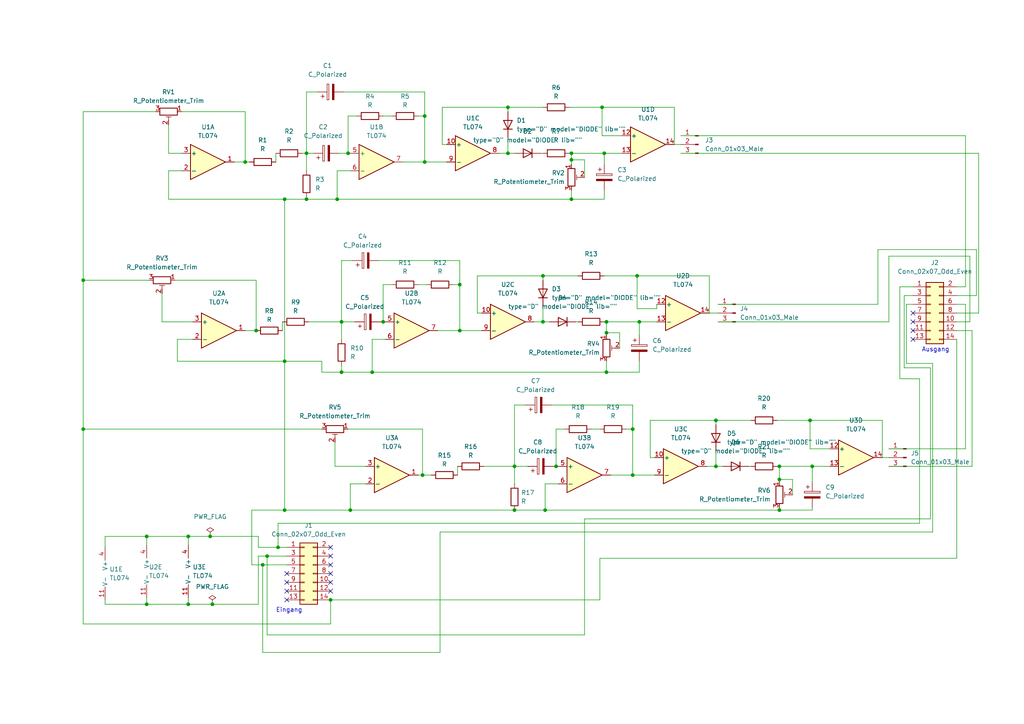
<source format=kicad_sch>
(kicad_sch (version 20211123) (generator eeschema)
  (paper "A4")
  (lib_symbols
    (symbol "Amplifier_Operational:TL074" (pin_names (offset 0.127))
      (property "Reference" "U" (at 0 5.08 0))
      (property "Value" "TL074" (at 0 -5.08 0))
      (symbol "TL074_1_1"
        (polyline (pts (xy -5.08 5.08) (xy 5.08 0) (xy -5.08 -5.08) (xy -5.08 5.08)) (stroke (width 0.254)) (fill (type background)))
        (pin output line (at 7.62 0 180) (length 2.54) (name "~") (number "1"))
        (pin input line (at -7.62 -2.54 0) (length 2.54) (name "-") (number "2"))
        (pin input line (at -7.62 2.54 0) (length 2.54) (name "+") (number "3"))
      )
      (symbol "TL074_2_1"
        (polyline (pts (xy -5.08 5.08) (xy 5.08 0) (xy -5.08 -5.08) (xy -5.08 5.08)) (stroke (width 0.254)) (fill (type background)))
        (pin input line (at -7.62 2.54 0) (length 2.54) (name "+") (number "5"))
        (pin input line (at -7.62 -2.54 0) (length 2.54) (name "-") (number "6"))
        (pin output line (at 7.62 0 180) (length 2.54) (name "~") (number "7"))
      )
      (symbol "TL074_3_1"
        (polyline (pts (xy -5.08 5.08) (xy 5.08 0) (xy -5.08 -5.08) (xy -5.08 5.08)) (stroke (width 0.254)) (fill (type background)))
        (pin input line (at -7.62 2.54 0) (length 2.54) (name "+") (number "10"))
        (pin output line (at 7.62 0 180) (length 2.54) (name "~") (number "8"))
        (pin input line (at -7.62 -2.54 0) (length 2.54) (name "-") (number "9"))
      )
      (symbol "TL074_4_1"
        (polyline (pts (xy -5.08 5.08) (xy 5.08 0) (xy -5.08 -5.08) (xy -5.08 5.08)) (stroke (width 0.254)) (fill (type background)))
        (pin input line (at -7.62 2.54 0) (length 2.54) (name "+") (number "12"))
        (pin input line (at -7.62 -2.54 0) (length 2.54) (name "-") (number "13"))
        (pin output line (at 7.62 0 180) (length 2.54) (name "~") (number "14"))
      )
      (symbol "TL074_5_1"
        (pin power_in line (at -2.54 -7.62 90) (length 3.81) (name "V-") (number "11"))
        (pin power_in line (at -2.54 7.62 270) (length 3.81) (name "V+") (number "4"))
      )
    )
    (symbol "Connector:Conn_01x03_Male" (pin_names (offset 1.016) hide)
      (property "Reference" "J" (at 0 5.08 0))
      (property "Value" "Conn_01x03_Male" (at 0 -5.08 0))
      (symbol "Conn_01x03_Male_1_1"
        (polyline (pts (xy 1.27 -2.54) (xy 0.8636 -2.54)) (stroke (width 0.1524)))
        (polyline (pts (xy 1.27 0) (xy 0.8636 0)) (stroke (width 0.1524)))
        (polyline (pts (xy 1.27 2.54) (xy 0.8636 2.54)) (stroke (width 0.1524)))
        (rectangle (start 0.8636 -2.413) (end 0 -2.667) (stroke (width 0.1524)) (fill (type outline)))
        (rectangle (start 0.8636 0.127) (end 0 -0.127) (stroke (width 0.1524)) (fill (type outline)))
        (rectangle (start 0.8636 2.667) (end 0 2.413) (stroke (width 0.1524)) (fill (type outline)))
        (pin passive line (at 5.08 2.54 180) (length 3.81) (name "Pin_1") (number "1"))
        (pin passive line (at 5.08 0 180) (length 3.81) (name "Pin_2") (number "2"))
        (pin passive line (at 5.08 -2.54 180) (length 3.81) (name "Pin_3") (number "3"))
      )
    )
    (symbol "Connector_Generic:Conn_02x07_Odd_Even" (pin_names (offset 1.016) hide)
      (property "Reference" "J" (at 1.27 10.16 0))
      (property "Value" "Conn_02x07_Odd_Even" (at 1.27 -10.16 0))
      (symbol "Conn_02x07_Odd_Even_1_1"
        (rectangle (start -1.27 -7.493) (end 0 -7.747) (stroke (width 0.1524)))
        (rectangle (start -1.27 -4.953) (end 0 -5.207) (stroke (width 0.1524)))
        (rectangle (start -1.27 -2.413) (end 0 -2.667) (stroke (width 0.1524)))
        (rectangle (start -1.27 0.127) (end 0 -0.127) (stroke (width 0.1524)))
        (rectangle (start -1.27 2.667) (end 0 2.413) (stroke (width 0.1524)))
        (rectangle (start -1.27 5.207) (end 0 4.953) (stroke (width 0.1524)))
        (rectangle (start -1.27 7.747) (end 0 7.493) (stroke (width 0.1524)))
        (rectangle (start -1.27 8.89) (end 3.81 -8.89) (stroke (width 0.254)) (fill (type background)))
        (rectangle (start 3.81 -7.493) (end 2.54 -7.747) (stroke (width 0.1524)))
        (rectangle (start 3.81 -4.953) (end 2.54 -5.207) (stroke (width 0.1524)))
        (rectangle (start 3.81 -2.413) (end 2.54 -2.667) (stroke (width 0.1524)))
        (rectangle (start 3.81 0.127) (end 2.54 -0.127) (stroke (width 0.1524)))
        (rectangle (start 3.81 2.667) (end 2.54 2.413) (stroke (width 0.1524)))
        (rectangle (start 3.81 5.207) (end 2.54 4.953) (stroke (width 0.1524)))
        (rectangle (start 3.81 7.747) (end 2.54 7.493) (stroke (width 0.1524)))
        (pin passive line (at -5.08 7.62 0) (length 3.81) (name "Pin_1") (number "1"))
        (pin passive line (at 7.62 -2.54 180) (length 3.81) (name "Pin_10") (number "10"))
        (pin passive line (at -5.08 -5.08 0) (length 3.81) (name "Pin_11") (number "11"))
        (pin passive line (at 7.62 -5.08 180) (length 3.81) (name "Pin_12") (number "12"))
        (pin passive line (at -5.08 -7.62 0) (length 3.81) (name "Pin_13") (number "13"))
        (pin passive line (at 7.62 -7.62 180) (length 3.81) (name "Pin_14") (number "14"))
        (pin passive line (at 7.62 7.62 180) (length 3.81) (name "Pin_2") (number "2"))
        (pin passive line (at -5.08 5.08 0) (length 3.81) (name "Pin_3") (number "3"))
        (pin passive line (at 7.62 5.08 180) (length 3.81) (name "Pin_4") (number "4"))
        (pin passive line (at -5.08 2.54 0) (length 3.81) (name "Pin_5") (number "5"))
        (pin passive line (at 7.62 2.54 180) (length 3.81) (name "Pin_6") (number "6"))
        (pin passive line (at -5.08 0 0) (length 3.81) (name "Pin_7") (number "7"))
        (pin passive line (at 7.62 0 180) (length 3.81) (name "Pin_8") (number "8"))
        (pin passive line (at -5.08 -2.54 0) (length 3.81) (name "Pin_9") (number "9"))
      )
    )
    (symbol "Device:C_Polarized" (pin_numbers hide) (pin_names (offset 0.254))
      (property "Reference" "C" (at 0.635 2.54 0))
      (property "Value" "C_Polarized" (at 0.635 -2.54 0))
      (symbol "C_Polarized_0_1"
        (rectangle (start -2.286 0.508) (end 2.286 1.016))
        (polyline (pts (xy -1.778 2.286) (xy -0.762 2.286)))
        (polyline (pts (xy -1.27 2.794) (xy -1.27 1.778)))
        (rectangle (start 2.286 -0.508) (end -2.286 -1.016) (fill (type outline)))
      )
      (symbol "C_Polarized_1_1"
        (pin passive line (at 0 3.81 270) (length 2.794) (name "~") (number "1"))
        (pin passive line (at 0 -3.81 90) (length 2.794) (name "~") (number "2"))
      )
    )
    (symbol "Device:R" (pin_numbers hide) (pin_names (offset 0))
      (property "Reference" "R" (at 2.032 0 90))
      (property "Value" "R" (at 0 0 90))
      (symbol "R_0_1"
        (rectangle (start -1.016 -2.54) (end 1.016 2.54) (stroke (width 0.254)))
      )
      (symbol "R_1_1"
        (pin passive line (at 0 3.81 270) (length 1.27) (name "~") (number "1"))
        (pin passive line (at 0 -3.81 90) (length 1.27) (name "~") (number "2"))
      )
    )
    (symbol "Device:R_Potentiometer_Trim" (pin_names (offset 1.016) hide)
      (property "Reference" "RV" (at -4.445 0 90))
      (property "Value" "R_Potentiometer_Trim" (at -2.54 0 90))
      (symbol "R_Potentiometer_Trim_0_1"
        (polyline (pts (xy 1.524 0.762) (xy 1.524 -0.762)))
        (polyline (pts (xy 2.54 0) (xy 1.524 0)))
        (rectangle (start 1.016 2.54) (end -1.016 -2.54) (stroke (width 0.254)))
      )
      (symbol "R_Potentiometer_Trim_1_1"
        (pin passive line (at 0 3.81 270) (length 1.27) (name "1") (number "1"))
        (pin passive line (at 3.81 0 180) (length 1.27) (name "2") (number "2"))
        (pin passive line (at 0 -3.81 90) (length 1.27) (name "3") (number "3"))
      )
    )
    (symbol "Simulation_SPICE:DIODE" (pin_numbers hide) (pin_names (offset 1.016) hide)
      (property "Reference" "D" (at 0 2.54 0))
      (property "Value" "DIODE" (at 0 -2.54 0))
      (symbol "DIODE_0_1"
        (polyline (pts (xy 1.27 0) (xy -1.27 0)))
        (polyline (pts (xy 1.27 1.27) (xy 1.27 -1.27)) (stroke (width 0.254)))
        (polyline (pts (xy -1.27 -1.27) (xy -1.27 1.27) (xy 1.27 0) (xy -1.27 -1.27)) (stroke (width 0.254)))
      )
      (symbol "DIODE_1_1"
        (pin passive line (at -3.81 0 0) (length 2.54) (name "A") (number "1"))
        (pin passive line (at 3.81 0 180) (length 2.54) (name "K") (number "2"))
      )
    )
    (symbol "power:PWR_FLAG" (power) (pin_numbers hide) (pin_names (offset 0) hide)
      (property "Value" "PWR_FLAG" (at 0 3.81 0))
      (symbol "PWR_FLAG_0_0"
        (pin power_out line (at 0 0 90) (length 0) (name "pwr") (number "1"))
      )
      (symbol "PWR_FLAG_0_1"
        (polyline (pts (xy 0 0) (xy 0 1.27) (xy -1.016 1.905) (xy 0 2.54) (xy 1.016 1.905) (xy 0 1.27)))
      )
    )
  )
  (junction (at 80.645 158.75))
  (junction (at 207.645 135.255))
  (junction (at 149.225 135.255))
  (junction (at 161.29 135.255))
  (junction (at 100.965 44.45))
  (junction (at 88.9 44.45))
  (junction (at 183.515 124.46))
  (junction (at 71.12 46.99))
  (junction (at 175.895 93.345))
  (junction (at 147.32 44.45))
  (junction (at 226.06 135.255))
  (junction (at 111.125 93.345))
  (junction (at 149.225 147.955))
  (junction (at 234.95 121.92))
  (junction (at 77.47 161.29))
  (junction (at 207.645 121.92))
  (junction (at 175.895 107.95))
  (junction (at 60.96 155.575))
  (junction (at 165.735 57.785))
  (junction (at 42.545 175.26))
  (junction (at 74.295 95.885))
  (junction (at 185.42 93.345))
  (junction (at 82.55 57.785))
  (junction (at 235.585 135.255))
  (junction (at 175.895 96.52))
  (junction (at 123.19 33.655))
  (junction (at 99.06 107.95))
  (junction (at 133.35 95.885))
  (junction (at 158.115 147.955))
  (junction (at 122.555 137.795))
  (junction (at 147.32 31.115))
  (junction (at 165.735 44.45))
  (junction (at 184.785 80.01))
  (junction (at 123.19 46.99))
  (junction (at 95.885 173.99))
  (junction (at 76.2 163.83))
  (junction (at 42.545 155.575))
  (junction (at 226.06 147.955))
  (junction (at 226.06 139.065))
  (junction (at 133.35 82.55))
  (junction (at 24.13 124.46))
  (junction (at 107.95 107.95))
  (junction (at 157.48 93.345))
  (junction (at 54.61 155.575))
  (junction (at 175.26 44.45))
  (junction (at 24.13 81.28))
  (junction (at 82.55 147.955))
  (junction (at 99.06 93.345))
  (junction (at 61.595 175.26))
  (junction (at 183.515 137.795))
  (junction (at 165.735 46.355))
  (junction (at 88.9 57.785))
  (junction (at 157.48 80.01))
  (junction (at 97.79 57.785))
  (junction (at 82.55 104.775))
  (junction (at 174.625 31.115))
  (junction (at 101.6 147.955))
  (junction (at 54.61 175.26))
  (no_connect (at 83.185 166.37))
  (no_connect (at 83.185 168.91))
  (no_connect (at 83.185 171.45))
  (no_connect (at 95.885 163.83))
  (no_connect (at 95.885 161.29))
  (no_connect (at 95.885 158.75))
  (no_connect (at 95.885 171.45))
  (no_connect (at 95.885 166.37))
  (no_connect (at 95.885 168.91))
  (no_connect (at 83.185 173.99))
  (no_connect (at 264.795 98.425))
  (no_connect (at 264.795 90.805))
  (no_connect (at 264.795 93.345))
  (no_connect (at 264.795 95.885))
  (wire (pts (xy 127.635 154.305) (xy 127.635 189.23)))
  (wire (pts (xy 262.255 106.68) (xy 262.255 85.725)))
  (wire (pts (xy 30.48 173.99) (xy 30.48 175.26)))
  (wire (pts (xy 67.945 46.99) (xy 71.12 46.99)))
  (wire (pts (xy 93.345 107.95) (xy 99.06 107.95)))
  (wire (pts (xy 116.84 46.99) (xy 123.19 46.99)))
  (wire (pts (xy 149.225 117.475) (xy 152.4 117.475)))
  (wire (pts (xy 226.06 135.255) (xy 226.06 139.065)))
  (wire (pts (xy 97.79 57.785) (xy 165.735 57.785)))
  (wire (pts (xy 270.51 105.41) (xy 270.51 154.305)))
  (wire (pts (xy 46.99 93.345) (xy 55.88 93.345)))
  (wire (pts (xy 30.48 175.26) (xy 42.545 175.26)))
  (wire (pts (xy 169.545 150.495) (xy 269.875 150.495)))
  (wire (pts (xy 147.32 32.385) (xy 147.32 31.115)))
  (wire (pts (xy 129.54 41.91) (xy 128.27 41.91)))
  (wire (pts (xy 77.47 184.15) (xy 169.545 184.15)))
  (wire (pts (xy 140.335 135.255) (xy 149.225 135.255)))
  (wire (pts (xy 24.13 180.975) (xy 95.885 180.975)))
  (wire (pts (xy 175.26 57.785) (xy 175.26 55.245)))
  (wire (pts (xy 149.225 147.955) (xy 158.115 147.955)))
  (wire (pts (xy 42.545 155.575) (xy 42.545 158.115)))
  (wire (pts (xy 183.515 124.46) (xy 183.515 137.795)))
  (wire (pts (xy 255.905 121.92) (xy 234.95 121.92)))
  (wire (pts (xy 160.655 135.255) (xy 161.29 135.255)))
  (wire (pts (xy 156.845 44.45) (xy 157.48 44.45)))
  (wire (pts (xy 88.9 44.45) (xy 88.9 26.67)))
  (wire (pts (xy 185.42 93.345) (xy 175.895 93.345)))
  (wire (pts (xy 207.645 135.255) (xy 209.55 135.255)))
  (wire (pts (xy 101.6 147.955) (xy 149.225 147.955)))
  (wire (pts (xy 157.48 81.28) (xy 157.48 80.01)))
  (wire (pts (xy 185.42 93.345) (xy 190.5 93.345)))
  (wire (pts (xy 73.025 147.955) (xy 82.55 147.955)))
  (wire (pts (xy 189.865 132.715) (xy 188.595 132.715)))
  (wire (pts (xy 81.915 93.345) (xy 81.915 95.885)))
  (wire (pts (xy 99.06 93.345) (xy 102.87 93.345)))
  (wire (pts (xy 266.7 151.765) (xy 266.7 109.855)))
  (wire (pts (xy 83.185 161.29) (xy 77.47 161.29)))
  (wire (pts (xy 74.93 158.75) (xy 80.645 158.75)))
  (wire (pts (xy 71.12 46.99) (xy 72.39 46.99)))
  (wire (pts (xy 283.845 90.805) (xy 277.495 90.805)))
  (wire (pts (xy 103.505 33.655) (xy 100.965 33.655)))
  (wire (pts (xy 160.02 117.475) (xy 183.515 117.475)))
  (wire (pts (xy 190.5 88.265) (xy 190.5 89.535)))
  (wire (pts (xy 226.06 147.955) (xy 235.585 147.955)))
  (wire (pts (xy 93.345 104.775) (xy 93.345 107.95)))
  (wire (pts (xy 165.1 31.115) (xy 174.625 31.115)))
  (wire (pts (xy 183.515 117.475) (xy 183.515 124.46)))
  (wire (pts (xy 175.26 44.45) (xy 165.735 44.45)))
  (wire (pts (xy 128.27 41.91) (xy 128.27 31.115)))
  (wire (pts (xy 80.645 158.75) (xy 83.185 158.75)))
  (wire (pts (xy 82.55 57.785) (xy 48.895 57.785)))
  (wire (pts (xy 281.305 74.295) (xy 281.305 93.345)))
  (wire (pts (xy 52.705 32.385) (xy 71.12 32.385)))
  (wire (pts (xy 195.58 41.91) (xy 195.58 31.115)))
  (wire (pts (xy 127 95.885) (xy 133.35 95.885)))
  (wire (pts (xy 48.895 49.53) (xy 48.895 57.785)))
  (wire (pts (xy 280.035 83.185) (xy 277.495 83.185)))
  (wire (pts (xy 80.01 44.45) (xy 80.01 46.99)))
  (wire (pts (xy 133.35 75.565) (xy 133.35 82.55)))
  (wire (pts (xy 107.95 107.95) (xy 175.895 107.95)))
  (wire (pts (xy 97.155 128.27) (xy 97.155 135.255)))
  (wire (pts (xy 255.905 132.715) (xy 257.81 132.715)))
  (wire (pts (xy 254.635 72.39) (xy 283.21 72.39)))
  (wire (pts (xy 111.125 33.655) (xy 113.665 33.655)))
  (wire (pts (xy 24.13 81.28) (xy 24.13 124.46)))
  (wire (pts (xy 177.165 137.795) (xy 183.515 137.795)))
  (wire (pts (xy 147.32 31.115) (xy 157.48 31.115)))
  (wire (pts (xy 133.35 95.885) (xy 139.7 95.885)))
  (wire (pts (xy 175.895 104.775) (xy 175.895 107.95)))
  (wire (pts (xy 208.28 88.265) (xy 254.635 88.265)))
  (wire (pts (xy 131.445 82.55) (xy 133.35 82.55)))
  (wire (pts (xy 123.19 46.99) (xy 129.54 46.99)))
  (wire (pts (xy 133.35 82.55) (xy 133.35 95.885)))
  (wire (pts (xy 24.13 32.385) (xy 45.085 32.385)))
  (wire (pts (xy 82.55 104.775) (xy 82.55 147.955)))
  (wire (pts (xy 99.06 93.345) (xy 99.06 75.565)))
  (wire (pts (xy 106.045 140.335) (xy 101.6 140.335)))
  (wire (pts (xy 184.785 80.01) (xy 184.785 89.535)))
  (wire (pts (xy 167.005 93.345) (xy 167.64 93.345)))
  (wire (pts (xy 226.06 147.32) (xy 226.06 147.955)))
  (wire (pts (xy 161.29 124.46) (xy 161.29 135.255)))
  (wire (pts (xy 99.06 93.345) (xy 99.06 98.425)))
  (wire (pts (xy 205.74 90.805) (xy 208.28 90.805)))
  (wire (pts (xy 88.9 57.15) (xy 88.9 57.785)))
  (wire (pts (xy 181.61 124.46) (xy 183.515 124.46)))
  (wire (pts (xy 54.61 155.575) (xy 60.96 155.575)))
  (wire (pts (xy 144.78 44.45) (xy 147.32 44.45)))
  (wire (pts (xy 51.435 104.775) (xy 82.55 104.775)))
  (wire (pts (xy 174.625 39.37) (xy 180.34 39.37)))
  (wire (pts (xy 179.705 100.965) (xy 179.705 96.52)))
  (wire (pts (xy 42.545 175.26) (xy 42.545 173.355)))
  (wire (pts (xy 82.55 147.955) (xy 101.6 147.955)))
  (wire (pts (xy 283.845 44.45) (xy 283.845 90.805)))
  (wire (pts (xy 77.47 161.29) (xy 74.93 161.29)))
  (wire (pts (xy 74.295 81.28) (xy 74.295 95.885)))
  (wire (pts (xy 149.225 135.255) (xy 153.035 135.255)))
  (wire (pts (xy 42.545 175.26) (xy 54.61 175.26)))
  (wire (pts (xy 128.27 31.115) (xy 147.32 31.115)))
  (wire (pts (xy 74.93 155.575) (xy 74.93 158.75)))
  (wire (pts (xy 88.9 57.785) (xy 97.79 57.785)))
  (wire (pts (xy 71.12 32.385) (xy 71.12 46.99)))
  (wire (pts (xy 207.645 121.92) (xy 217.805 121.92)))
  (wire (pts (xy 264.795 88.265) (xy 262.89 88.265)))
  (wire (pts (xy 24.13 32.385) (xy 24.13 81.28)))
  (wire (pts (xy 111.125 82.55) (xy 111.125 93.345)))
  (wire (pts (xy 48.895 36.195) (xy 48.895 44.45)))
  (wire (pts (xy 73.025 163.83) (xy 76.2 163.83)))
  (wire (pts (xy 207.645 130.81) (xy 207.645 135.255)))
  (wire (pts (xy 80.645 158.75) (xy 80.645 151.765)))
  (wire (pts (xy 89.535 93.345) (xy 99.06 93.345)))
  (wire (pts (xy 257.81 130.175) (xy 280.035 130.175)))
  (wire (pts (xy 107.95 98.425) (xy 111.76 98.425)))
  (wire (pts (xy 111.125 93.345) (xy 111.76 93.345)))
  (wire (pts (xy 225.425 121.92) (xy 234.95 121.92)))
  (wire (pts (xy 154.94 93.345) (xy 157.48 93.345)))
  (wire (pts (xy 100.965 33.655) (xy 100.965 44.45)))
  (wire (pts (xy 87.63 44.45) (xy 88.9 44.45)))
  (wire (pts (xy 175.895 107.95) (xy 185.42 107.95)))
  (wire (pts (xy 226.06 139.065) (xy 229.87 139.065)))
  (wire (pts (xy 183.515 137.795) (xy 189.865 137.795)))
  (wire (pts (xy 99.695 26.67) (xy 123.19 26.67)))
  (wire (pts (xy 185.42 93.345) (xy 185.42 97.155)))
  (wire (pts (xy 235.585 135.255) (xy 235.585 139.7)))
  (wire (pts (xy 139.7 90.805) (xy 138.43 90.805)))
  (wire (pts (xy 262.89 88.265) (xy 262.89 105.41)))
  (wire (pts (xy 82.55 57.785) (xy 88.9 57.785)))
  (wire (pts (xy 281.94 95.885) (xy 277.495 95.885)))
  (wire (pts (xy 158.115 140.335) (xy 158.115 147.955)))
  (wire (pts (xy 54.61 155.575) (xy 54.61 158.115)))
  (wire (pts (xy 280.035 88.265) (xy 277.495 88.265)))
  (wire (pts (xy 175.26 80.01) (xy 184.785 80.01)))
  (wire (pts (xy 195.58 41.91) (xy 197.485 41.91)))
  (wire (pts (xy 121.285 137.795) (xy 122.555 137.795)))
  (wire (pts (xy 99.06 107.95) (xy 107.95 107.95)))
  (wire (pts (xy 74.295 95.885) (xy 71.12 95.885)))
  (wire (pts (xy 169.545 51.435) (xy 169.545 46.355)))
  (wire (pts (xy 80.645 151.765) (xy 266.7 151.765)))
  (wire (pts (xy 175.26 44.45) (xy 175.26 47.625)))
  (wire (pts (xy 73.025 163.83) (xy 73.025 147.955)))
  (wire (pts (xy 165.735 44.45) (xy 165.1 44.45)))
  (wire (pts (xy 188.595 121.92) (xy 207.645 121.92)))
  (wire (pts (xy 165.735 57.785) (xy 175.26 57.785)))
  (wire (pts (xy 277.495 93.345) (xy 281.305 93.345)))
  (wire (pts (xy 122.555 137.795) (xy 125.095 137.795)))
  (wire (pts (xy 55.88 98.425) (xy 51.435 98.425)))
  (wire (pts (xy 76.2 189.23) (xy 76.2 163.83)))
  (wire (pts (xy 50.8 81.28) (xy 74.295 81.28)))
  (wire (pts (xy 217.17 135.255) (xy 217.805 135.255)))
  (wire (pts (xy 109.855 75.565) (xy 133.35 75.565)))
  (wire (pts (xy 97.79 49.53) (xy 101.6 49.53)))
  (wire (pts (xy 165.735 46.355) (xy 165.735 47.625)))
  (wire (pts (xy 132.715 135.255) (xy 132.715 137.795)))
  (wire (pts (xy 257.81 74.295) (xy 281.305 74.295)))
  (wire (pts (xy 93.345 124.46) (xy 24.13 124.46)))
  (wire (pts (xy 88.9 44.45) (xy 88.9 49.53)))
  (wire (pts (xy 163.83 124.46) (xy 161.29 124.46)))
  (wire (pts (xy 254.635 88.265) (xy 254.635 72.39)))
  (wire (pts (xy 42.545 155.575) (xy 30.48 155.575)))
  (wire (pts (xy 175.895 96.52) (xy 175.895 97.155)))
  (wire (pts (xy 82.55 57.785) (xy 82.55 104.775)))
  (wire (pts (xy 226.06 139.065) (xy 226.06 139.7)))
  (wire (pts (xy 60.96 155.575) (xy 74.93 155.575)))
  (wire (pts (xy 157.48 80.01) (xy 167.64 80.01)))
  (wire (pts (xy 175.895 93.345) (xy 175.26 93.345)))
  (wire (pts (xy 123.19 33.655) (xy 123.19 46.99)))
  (wire (pts (xy 97.79 49.53) (xy 97.79 57.785)))
  (wire (pts (xy 121.285 82.55) (xy 123.825 82.55)))
  (wire (pts (xy 229.87 143.51) (xy 229.87 139.065)))
  (wire (pts (xy 77.47 161.29) (xy 77.47 184.15)))
  (wire (pts (xy 97.155 135.255) (xy 106.045 135.255)))
  (wire (pts (xy 197.485 39.37) (xy 280.035 39.37)))
  (wire (pts (xy 257.81 93.345) (xy 257.81 74.295)))
  (wire (pts (xy 46.99 85.09) (xy 46.99 93.345)))
  (wire (pts (xy 257.81 135.255) (xy 281.94 135.255)))
  (wire (pts (xy 122.555 124.46) (xy 122.555 137.795)))
  (wire (pts (xy 175.895 96.52) (xy 179.705 96.52)))
  (wire (pts (xy 173.99 173.99) (xy 173.99 161.925)))
  (wire (pts (xy 24.13 81.28) (xy 43.18 81.28)))
  (wire (pts (xy 138.43 80.01) (xy 157.48 80.01)))
  (wire (pts (xy 280.035 130.175) (xy 280.035 88.265)))
  (wire (pts (xy 30.48 155.575) (xy 30.48 158.75)))
  (wire (pts (xy 269.875 150.495) (xy 269.875 106.68)))
  (wire (pts (xy 51.435 98.425) (xy 51.435 104.775)))
  (wire (pts (xy 24.13 124.46) (xy 24.13 180.975)))
  (wire (pts (xy 147.32 44.45) (xy 149.225 44.45)))
  (wire (pts (xy 175.26 44.45) (xy 180.34 44.45)))
  (wire (pts (xy 175.895 93.345) (xy 175.895 96.52)))
  (wire (pts (xy 123.19 26.67) (xy 123.19 33.655)))
  (wire (pts (xy 95.885 173.99) (xy 173.99 173.99)))
  (wire (pts (xy 235.585 135.255) (xy 226.06 135.255)))
  (wire (pts (xy 88.9 44.45) (xy 90.805 44.45)))
  (wire (pts (xy 262.89 105.41) (xy 270.51 105.41)))
  (wire (pts (xy 54.61 175.26) (xy 61.595 175.26)))
  (wire (pts (xy 207.645 123.19) (xy 207.645 121.92)))
  (wire (pts (xy 205.74 80.01) (xy 184.785 80.01)))
  (wire (pts (xy 171.45 124.46) (xy 173.99 124.46)))
  (wire (pts (xy 184.785 89.535) (xy 190.5 89.535)))
  (wire (pts (xy 280.035 39.37) (xy 280.035 83.185)))
  (wire (pts (xy 95.885 180.975) (xy 95.885 173.99)))
  (wire (pts (xy 127.635 189.23) (xy 76.2 189.23)))
  (wire (pts (xy 99.06 75.565) (xy 102.235 75.565)))
  (wire (pts (xy 234.95 130.175) (xy 240.665 130.175)))
  (wire (pts (xy 281.94 135.255) (xy 281.94 95.885)))
  (wire (pts (xy 100.965 44.45) (xy 101.6 44.45)))
  (wire (pts (xy 110.49 93.345) (xy 111.125 93.345)))
  (wire (pts (xy 262.255 85.725) (xy 264.795 85.725)))
  (wire (pts (xy 226.06 135.255) (xy 225.425 135.255)))
  (wire (pts (xy 269.875 106.68) (xy 262.255 106.68)))
  (wire (pts (xy 185.42 107.95) (xy 185.42 104.775)))
  (wire (pts (xy 235.585 135.255) (xy 240.665 135.255)))
  (wire (pts (xy 169.545 150.495) (xy 169.545 184.15)))
  (wire (pts (xy 149.225 135.255) (xy 149.225 117.475)))
  (wire (pts (xy 61.595 175.26) (xy 74.93 175.26)))
  (wire (pts (xy 255.905 132.715) (xy 255.905 121.92)))
  (wire (pts (xy 149.225 135.255) (xy 149.225 140.335)))
  (wire (pts (xy 165.735 44.45) (xy 165.735 46.355)))
  (wire (pts (xy 283.21 72.39) (xy 283.21 85.725)))
  (wire (pts (xy 158.115 140.335) (xy 161.925 140.335)))
  (wire (pts (xy 208.28 93.345) (xy 257.81 93.345)))
  (wire (pts (xy 158.115 147.955) (xy 226.06 147.955)))
  (wire (pts (xy 234.95 121.92) (xy 234.95 130.175)))
  (wire (pts (xy 48.895 44.45) (xy 52.705 44.45)))
  (wire (pts (xy 174.625 31.115) (xy 174.625 39.37)))
  (wire (pts (xy 101.6 140.335) (xy 101.6 147.955)))
  (wire (pts (xy 165.735 46.355) (xy 169.545 46.355)))
  (wire (pts (xy 138.43 90.805) (xy 138.43 80.01)))
  (wire (pts (xy 107.95 98.425) (xy 107.95 107.95)))
  (wire (pts (xy 205.74 90.805) (xy 205.74 80.01)))
  (wire (pts (xy 121.285 33.655) (xy 123.19 33.655)))
  (wire (pts (xy 52.705 49.53) (xy 48.895 49.53)))
  (wire (pts (xy 165.735 55.245) (xy 165.735 57.785)))
  (wire (pts (xy 277.495 161.925) (xy 277.495 98.425)))
  (wire (pts (xy 161.29 135.255) (xy 161.925 135.255)))
  (wire (pts (xy 235.585 147.32) (xy 235.585 147.955)))
  (wire (pts (xy 147.32 40.005) (xy 147.32 44.45)))
  (wire (pts (xy 195.58 31.115) (xy 174.625 31.115)))
  (wire (pts (xy 54.61 155.575) (xy 42.545 155.575)))
  (wire (pts (xy 205.105 135.255) (xy 207.645 135.255)))
  (wire (pts (xy 157.48 93.345) (xy 159.385 93.345)))
  (wire (pts (xy 260.985 83.185) (xy 264.795 83.185)))
  (wire (pts (xy 173.99 161.925) (xy 277.495 161.925)))
  (wire (pts (xy 83.185 163.83) (xy 76.2 163.83)))
  (wire (pts (xy 188.595 132.715) (xy 188.595 121.92)))
  (wire (pts (xy 127.635 154.305) (xy 270.51 154.305)))
  (wire (pts (xy 113.665 82.55) (xy 111.125 82.55)))
  (wire (pts (xy 100.965 124.46) (xy 122.555 124.46)))
  (wire (pts (xy 54.61 173.355) (xy 54.61 175.26)))
  (wire (pts (xy 260.985 109.855) (xy 260.985 83.185)))
  (wire (pts (xy 266.7 109.855) (xy 260.985 109.855)))
  (wire (pts (xy 88.9 26.67) (xy 92.075 26.67)))
  (wire (pts (xy 74.93 161.29) (xy 74.93 175.26)))
  (wire (pts (xy 99.06 106.045) (xy 99.06 107.95)))
  (wire (pts (xy 197.485 44.45) (xy 283.845 44.45)))
  (wire (pts (xy 82.55 104.775) (xy 93.345 104.775)))
  (wire (pts (xy 98.425 44.45) (xy 100.965 44.45)))
  (wire (pts (xy 283.21 85.725) (xy 277.495 85.725)))
  (wire (pts (xy 157.48 88.9) (xy 157.48 93.345)))
  (text "Eingang" (at 80.01 177.8 0) (effects (font (size 1.27 1.27)) (justify left bottom)))
  (text "Ausgang" (at 267.335 102.235 0) (effects (font (size 1.27 1.27)) (justify left bottom)))
  (symbol (lib_id "Device:C_Polarized") (at 185.42 100.965 0) (unit 1)
    (property "Reference" "C6" (at 189.23 98.8059 0) (effects (justify left)))
    (property "Value" "C_Polarized" (at 189.23 101.3459 0) (effects (justify left)))
    (property "Footprint" "Capacitor_THT:CP_Radial_Tantal_D4.5mm_P5.00mm" (effects hide))
  )
  (symbol (lib_id "Amplifier_Operational:TL074") (at 57.15 165.735 0) (unit 5)
    (property "Reference" "U3" (at 55.88 164.4649 0) (effects (justify left)))
    (property "Value" "TL074" (at 55.88 167.0049 0) (effects (justify left)))
    (property "Footprint" "Package_DIP:DIP-14_W7.62mm_Socket" (effects hide))
    (property "Datasheet" "http://www.ti.com/lit/ds/symlink/tl071.pdf" (effects hide))
  )
  (symbol (lib_id "Device:R") (at 127.635 82.55 90) (unit 1)
    (property "Reference" "R12" (at 127.635 76.2 90))
    (property "Value" "R" (at 127.635 78.74 90))
    (property "Footprint" "Resistor_THT:R_Axial_DIN0204_L3.6mm_D1.6mm_P7.62mm_Horizontal" (effects hide))
  )
  (symbol (lib_id "power:PWR_FLAG") (at 60.96 155.575 0) (unit 1)
    (property "Reference" "#FLG01" (effects hide))
    (property "Value" "PWR_FLAG" (at 60.96 149.86 0))
  )
  (symbol (lib_id "power:PWR_FLAG") (at 61.595 175.26 0) (unit 1)
    (property "Reference" "#FLG02" (effects hide))
    (property "Value" "PWR_FLAG" (at 61.595 170.18 0))
  )
  (symbol (lib_id "Device:R") (at 117.475 33.655 90) (unit 1)
    (property "Reference" "R5" (at 117.475 27.94 90))
    (property "Value" "R" (at 117.475 30.48 90))
    (property "Footprint" "Resistor_THT:R_Axial_DIN0204_L3.6mm_D1.6mm_P7.62mm_Horizontal" (effects hide))
  )
  (symbol (lib_id "Device:R") (at 99.06 102.235 180) (unit 1)
    (property "Reference" "R10" (at 101.6 100.9649 0) (effects (justify right)))
    (property "Value" "R" (at 101.6 103.5049 0) (effects (justify right)))
    (property "Footprint" "Resistor_THT:R_Axial_DIN0204_L3.6mm_D1.6mm_P7.62mm_Horizontal" (effects hide))
  )
  (symbol (lib_id "Connector:Conn_01x03_Male") (at 262.89 132.715 0) (mirror y) (unit 1)
    (property "Reference" "J5" (at 264.16 131.4449 0) (effects (justify right)))
    (property "Value" "Conn_01x03_Male" (at 264.16 133.9849 0) (effects (justify right)))
    (property "Footprint" "Connector_PinHeader_2.54mm:PinHeader_1x03_P2.54mm_Horizontal" (effects hide))
  )
  (symbol (lib_id "Device:R_Potentiometer_Trim") (at 226.06 143.51 0) (unit 1)
    (property "Reference" "RV6" (at 223.52 142.2399 0) (effects (justify right)))
    (property "Value" "R_Potentiometer_Trim" (at 223.52 144.7799 0) (effects (justify right)))
    (property "Footprint" "Potentiometer_THT:Potentiometer_Bourns_3296W_Vertical" (effects hide))
  )
  (symbol (lib_id "Device:R") (at 161.29 44.45 90) (unit 1)
    (property "Reference" "R7" (at 161.29 38.1 90))
    (property "Value" "R" (at 161.29 40.64 90))
    (property "Footprint" "Resistor_THT:R_Axial_DIN0204_L3.6mm_D1.6mm_P7.62mm_Horizontal" (effects hide))
  )
  (symbol (lib_id "Device:C_Polarized") (at 106.045 75.565 90) (unit 1)
    (property "Reference" "C4" (at 105.156 68.58 90))
    (property "Value" "C_Polarized" (at 105.156 71.12 90))
    (property "Footprint" "Capacitor_THT:CP_Radial_Tantal_D4.5mm_P5.00mm" (effects hide))
  )
  (symbol (lib_id "Device:R") (at 83.82 44.45 90) (unit 1)
    (property "Reference" "R2" (at 83.82 38.1 90))
    (property "Value" "R" (at 83.82 40.64 90))
    (property "Footprint" "Resistor_THT:R_Axial_DIN0204_L3.6mm_D1.6mm_P7.62mm_Horizontal" (effects hide))
  )
  (symbol (lib_id "Device:R") (at 171.45 80.01 90) (unit 1)
    (property "Reference" "R13" (at 171.45 73.66 90))
    (property "Value" "R" (at 171.45 76.2 90))
    (property "Footprint" "Resistor_THT:R_Axial_DIN0204_L3.6mm_D1.6mm_P7.62mm_Horizontal" (effects hide))
  )
  (symbol (lib_id "Simulation_SPICE:DIODE") (at 213.36 135.255 0) (unit 1)
    (property "Reference" "D6" (at 213.36 128.27 0))
    (property "Value" "DIODE" (at 213.36 130.81 0))
    (property "Footprint" "Diode_THT:D_A-405_P10.16mm_Horizontal" (effects hide))
    (property "Spice_Netlist_Enabled" "Y" (effects hide))
    (property "Spice_Primitive" "D" (effects hide))
  )
  (symbol (lib_id "Device:R") (at 128.905 137.795 90) (unit 1)
    (property "Reference" "R15" (at 128.905 132.08 90))
    (property "Value" "R" (at 128.905 134.62 90))
    (property "Footprint" "Resistor_THT:R_Axial_DIN0204_L3.6mm_D1.6mm_P7.62mm_Horizontal" (effects hide))
  )
  (symbol (lib_id "Device:C_Polarized") (at 106.68 93.345 90) (unit 1)
    (property "Reference" "C5" (at 105.791 86.36 90))
    (property "Value" "C_Polarized" (at 105.791 88.9 90))
    (property "Footprint" "Capacitor_THT:CP_Radial_Tantal_D4.5mm_P5.00mm" (effects hide))
  )
  (symbol (lib_id "Amplifier_Operational:TL074") (at 60.325 46.99 0) (unit 1)
    (property "Reference" "U1" (at 60.325 36.83 0))
    (property "Value" "TL074" (at 60.325 39.37 0))
    (property "Footprint" "Package_DIP:DIP-14_W7.62mm_Socket" (effects hide))
    (property "Datasheet" "http://www.ti.com/lit/ds/symlink/tl071.pdf" (effects hide))
  )
  (symbol (lib_id "Device:R") (at 78.105 95.885 90) (unit 1)
    (property "Reference" "R8" (at 78.105 90.17 90))
    (property "Value" "R" (at 78.105 92.71 90))
    (property "Footprint" "Resistor_THT:R_Axial_DIN0204_L3.6mm_D1.6mm_P7.62mm_Horizontal" (effects hide))
  )
  (symbol (lib_id "Device:R") (at 161.29 31.115 90) (unit 1)
    (property "Reference" "R6" (at 161.29 25.4 90))
    (property "Value" "R" (at 161.29 27.94 90))
    (property "Footprint" "Resistor_THT:R_Axial_DIN0204_L3.6mm_D1.6mm_P7.62mm_Horizontal" (effects hide))
  )
  (symbol (lib_id "Device:C_Polarized") (at 95.885 26.67 90) (unit 1)
    (property "Reference" "C1" (at 94.996 19.05 90))
    (property "Value" "C_Polarized" (at 94.996 21.59 90))
    (property "Footprint" "Capacitor_THT:CP_Radial_Tantal_D4.5mm_P5.00mm" (effects hide))
  )
  (symbol (lib_id "Device:R") (at 85.725 93.345 90) (unit 1)
    (property "Reference" "R9" (at 85.725 87.63 90))
    (property "Value" "R" (at 85.725 90.17 90))
    (property "Footprint" "Resistor_THT:R_Axial_DIN0204_L3.6mm_D1.6mm_P7.62mm_Horizontal" (effects hide))
  )
  (symbol (lib_id "Simulation_SPICE:DIODE") (at 147.32 36.195 270) (unit 1)
    (property "Reference" "D1" (at 149.86 34.9249 90) (effects (justify left)))
    (property "Value" "DIODE" (at 149.86 37.4649 90) (effects (justify left)))
    (property "Footprint" "Diode_THT:D_A-405_P10.16mm_Horizontal" (effects hide))
    (property "Spice_Netlist_Enabled" "Y" (effects hide))
    (property "Spice_Primitive" "D" (effects hide))
  )
  (symbol (lib_id "Connector:Conn_01x03_Male") (at 213.36 90.805 0) (mirror y) (unit 1)
    (property "Reference" "J4" (at 214.63 89.5349 0) (effects (justify right)))
    (property "Value" "Conn_01x03_Male" (at 214.63 92.0749 0) (effects (justify right)))
    (property "Footprint" "Connector_PinHeader_2.54mm:PinHeader_1x03_P2.54mm_Horizontal" (effects hide))
  )
  (symbol (lib_id "Device:R") (at 221.615 135.255 90) (unit 1)
    (property "Reference" "R21" (at 221.615 129.54 90))
    (property "Value" "R" (at 221.615 132.08 90))
    (property "Footprint" "Resistor_THT:R_Axial_DIN0204_L3.6mm_D1.6mm_P7.62mm_Horizontal" (effects hide))
  )
  (symbol (lib_id "Simulation_SPICE:DIODE") (at 153.035 44.45 0) (unit 1)
    (property "Reference" "D2" (at 153.035 38.1 0))
    (property "Value" "DIODE" (at 153.035 40.64 0))
    (property "Footprint" "Diode_THT:D_A-405_P10.16mm_Horizontal" (effects hide))
    (property "Spice_Netlist_Enabled" "Y" (effects hide))
    (property "Spice_Primitive" "D" (effects hide))
  )
  (symbol (lib_id "Amplifier_Operational:TL074") (at 137.16 44.45 0) (unit 3)
    (property "Reference" "U1" (at 137.16 34.29 0))
    (property "Value" "TL074" (at 137.16 36.83 0))
    (property "Footprint" "Package_DIP:DIP-14_W7.62mm_Socket" (effects hide))
    (property "Datasheet" "http://www.ti.com/lit/ds/symlink/tl071.pdf" (effects hide))
  )
  (symbol (lib_id "Simulation_SPICE:DIODE") (at 163.195 93.345 0) (unit 1)
    (property "Reference" "D4" (at 163.195 86.36 0))
    (property "Value" "DIODE" (at 163.195 88.9 0))
    (property "Footprint" "Diode_THT:D_A-405_P10.16mm_Horizontal" (effects hide))
    (property "Spice_Netlist_Enabled" "Y" (effects hide))
    (property "Spice_Primitive" "D" (effects hide))
  )
  (symbol (lib_id "Connector_Generic:Conn_02x07_Odd_Even") (at 88.265 166.37 0) (unit 1)
    (property "Reference" "J1" (at 89.535 152.4 0))
    (property "Value" "Conn_02x07_Odd_Even" (at 89.535 154.94 0))
    (property "Footprint" "Connector_IDC:IDC-Header_2x07_P2.54mm_Vertical" (effects hide))
  )
  (symbol (lib_id "Device:R") (at 221.615 121.92 90) (unit 1)
    (property "Reference" "R20" (at 221.615 115.57 90))
    (property "Value" "R" (at 221.615 118.11 90))
    (property "Footprint" "Resistor_THT:R_Axial_DIN0204_L3.6mm_D1.6mm_P7.62mm_Horizontal" (effects hide))
  )
  (symbol (lib_id "Device:R") (at 177.8 124.46 90) (unit 1)
    (property "Reference" "R19" (at 177.8 118.11 90))
    (property "Value" "R" (at 177.8 120.65 90))
    (property "Footprint" "Resistor_THT:R_Axial_DIN0204_L3.6mm_D1.6mm_P7.62mm_Horizontal" (effects hide))
  )
  (symbol (lib_id "Device:R") (at 107.315 33.655 90) (unit 1)
    (property "Reference" "R4" (at 107.315 27.94 90))
    (property "Value" "R" (at 107.315 30.48 90))
    (property "Footprint" "Resistor_THT:R_Axial_DIN0204_L3.6mm_D1.6mm_P7.62mm_Horizontal" (effects hide))
  )
  (symbol (lib_id "Device:C_Polarized") (at 156.845 135.255 90) (unit 1)
    (property "Reference" "C8" (at 155.956 128.27 90))
    (property "Value" "C_Polarized" (at 155.956 130.81 90))
    (property "Footprint" "Capacitor_THT:CP_Radial_Tantal_D4.5mm_P5.00mm" (effects hide))
  )
  (symbol (lib_id "Connector_Generic:Conn_02x07_Odd_Even") (at 269.875 90.805 0) (unit 1)
    (property "Reference" "J2" (at 271.145 76.2 0))
    (property "Value" "Conn_02x07_Odd_Even" (at 271.145 78.74 0))
    (property "Footprint" "Connector_IDC:IDC-Header_2x07_P2.54mm_Vertical" (effects hide))
  )
  (symbol (lib_id "Device:R") (at 136.525 135.255 90) (unit 1)
    (property "Reference" "R16" (at 136.525 129.54 90))
    (property "Value" "R" (at 136.525 132.08 90))
    (property "Footprint" "Resistor_THT:R_Axial_DIN0204_L3.6mm_D1.6mm_P7.62mm_Horizontal" (effects hide))
  )
  (symbol (lib_id "Device:R") (at 167.64 124.46 90) (unit 1)
    (property "Reference" "R18" (at 167.64 118.11 90))
    (property "Value" "R" (at 167.64 120.65 90))
    (property "Footprint" "Resistor_THT:R_Axial_DIN0204_L3.6mm_D1.6mm_P7.62mm_Horizontal" (effects hide))
  )
  (symbol (lib_id "Device:C_Polarized") (at 235.585 143.51 0) (unit 1)
    (property "Reference" "C9" (at 239.395 141.3509 0) (effects (justify left)))
    (property "Value" "C_Polarized" (at 239.395 143.8909 0) (effects (justify left)))
    (property "Footprint" "Capacitor_THT:CP_Radial_Tantal_D4.5mm_P5.00mm" (effects hide))
  )
  (symbol (lib_id "Amplifier_Operational:TL074") (at 45.085 165.735 0) (unit 5)
    (property "Reference" "U2" (at 43.18 164.4649 0) (effects (justify left)))
    (property "Value" "TL074" (at 43.18 167.0049 0) (effects (justify left)))
    (property "Footprint" "Package_DIP:DIP-14_W7.62mm_Socket" (effects hide))
    (property "Datasheet" "http://www.ti.com/lit/ds/symlink/tl071.pdf" (effects hide))
  )
  (symbol (lib_id "Device:R_Potentiometer_Trim") (at 48.895 32.385 270) (unit 1)
    (property "Reference" "RV1" (at 48.895 26.67 90))
    (property "Value" "R_Potentiometer_Trim" (at 48.895 29.21 90))
    (property "Footprint" "Potentiometer_THT:Potentiometer_Bourns_3296W_Vertical" (effects hide))
  )
  (symbol (lib_id "Amplifier_Operational:TL074") (at 169.545 137.795 0) (unit 2)
    (property "Reference" "U3" (at 169.545 127 0))
    (property "Value" "TL074" (at 169.545 129.54 0))
    (property "Footprint" "Package_DIP:DIP-14_W7.62mm_Socket" (effects hide))
    (property "Datasheet" "http://www.ti.com/lit/ds/symlink/tl071.pdf" (effects hide))
  )
  (symbol (lib_id "Amplifier_Operational:TL074") (at 187.96 41.91 0) (unit 4)
    (property "Reference" "U1" (at 187.96 31.75 0))
    (property "Value" "TL074" (at 187.96 34.29 0))
    (property "Footprint" "Package_DIP:DIP-14_W7.62mm_Socket" (effects hide))
    (property "Datasheet" "http://www.ti.com/lit/ds/symlink/tl071.pdf" (effects hide))
  )
  (symbol (lib_id "Amplifier_Operational:TL074") (at 198.12 90.805 0) (unit 4)
    (property "Reference" "U2" (at 198.12 80.01 0))
    (property "Value" "TL074" (at 198.12 82.55 0))
    (property "Footprint" "Package_DIP:DIP-14_W7.62mm_Socket" (effects hide))
    (property "Datasheet" "http://www.ti.com/lit/ds/symlink/tl071.pdf" (effects hide))
  )
  (symbol (lib_id "Device:R") (at 117.475 82.55 90) (unit 1)
    (property "Reference" "R11" (at 117.475 76.2 90))
    (property "Value" "R" (at 117.475 78.74 90))
    (property "Footprint" "Resistor_THT:R_Axial_DIN0204_L3.6mm_D1.6mm_P7.62mm_Horizontal" (effects hide))
  )
  (symbol (lib_id "Amplifier_Operational:TL074") (at 119.38 95.885 0) (unit 2)
    (property "Reference" "U2" (at 119.38 85.09 0))
    (property "Value" "TL074" (at 119.38 87.63 0))
    (property "Footprint" "Package_DIP:DIP-14_W7.62mm_Socket" (effects hide))
    (property "Datasheet" "http://www.ti.com/lit/ds/symlink/tl071.pdf" (effects hide))
  )
  (symbol (lib_id "Device:R") (at 149.225 144.145 180) (unit 1)
    (property "Reference" "R17" (at 151.13 142.8749 0) (effects (justify right)))
    (property "Value" "R" (at 151.13 145.4149 0) (effects (justify right)))
    (property "Footprint" "Resistor_THT:R_Axial_DIN0204_L3.6mm_D1.6mm_P7.62mm_Horizontal" (effects hide))
  )
  (symbol (lib_id "Simulation_SPICE:DIODE") (at 157.48 85.09 270) (unit 1)
    (property "Reference" "D3" (at 160.02 83.8199 90) (effects (justify left)))
    (property "Value" "DIODE" (at 160.02 86.3599 90) (effects (justify left)))
    (property "Footprint" "Diode_THT:D_A-405_P10.16mm_Horizontal" (effects hide))
    (property "Spice_Netlist_Enabled" "Y" (effects hide))
    (property "Spice_Primitive" "D" (effects hide))
  )
  (symbol (lib_id "Device:C_Polarized") (at 175.26 51.435 0) (unit 1)
    (property "Reference" "C3" (at 179.07 49.2759 0) (effects (justify left)))
    (property "Value" "C_Polarized" (at 179.07 51.8159 0) (effects (justify left)))
    (property "Footprint" "Capacitor_THT:CP_Radial_Tantal_D4.5mm_P5.00mm" (effects hide))
  )
  (symbol (lib_id "Device:R_Potentiometer_Trim") (at 175.895 100.965 0) (unit 1)
    (property "Reference" "RV4" (at 173.99 99.6949 0) (effects (justify right)))
    (property "Value" "R_Potentiometer_Trim" (at 173.99 102.2349 0) (effects (justify right)))
    (property "Footprint" "Potentiometer_THT:Potentiometer_Bourns_3296W_Vertical" (effects hide))
  )
  (symbol (lib_id "Device:R") (at 76.2 46.99 90) (unit 1)
    (property "Reference" "R1" (at 76.2 40.64 90))
    (property "Value" "R" (at 76.2 43.18 90))
    (property "Footprint" "Resistor_THT:R_Axial_DIN0204_L3.6mm_D1.6mm_P7.62mm_Horizontal" (effects hide))
  )
  (symbol (lib_id "Simulation_SPICE:DIODE") (at 207.645 127 270) (unit 1)
    (property "Reference" "D5" (at 210.82 125.7299 90) (effects (justify left)))
    (property "Value" "DIODE" (at 210.82 128.2699 90) (effects (justify left)))
    (property "Footprint" "Diode_THT:D_A-405_P10.16mm_Horizontal" (effects hide))
    (property "Spice_Netlist_Enabled" "Y" (effects hide))
    (property "Spice_Primitive" "D" (effects hide))
  )
  (symbol (lib_id "Device:R_Potentiometer_Trim") (at 46.99 81.28 270) (unit 1)
    (property "Reference" "RV3" (at 46.99 74.93 90))
    (property "Value" "R_Potentiometer_Trim" (at 46.99 77.47 90))
    (property "Footprint" "Potentiometer_THT:Potentiometer_Bourns_3296W_Vertical" (effects hide))
  )
  (symbol (lib_id "Device:C_Polarized") (at 94.615 44.45 90) (unit 1)
    (property "Reference" "C2" (at 93.726 36.83 90))
    (property "Value" "C_Polarized" (at 93.726 39.37 90))
    (property "Footprint" "Capacitor_THT:CP_Radial_Tantal_D4.5mm_P5.00mm" (effects hide))
  )
  (symbol (lib_id "Device:R") (at 88.9 53.34 180) (unit 1)
    (property "Reference" "R3" (at 91.44 52.0699 0) (effects (justify right)))
    (property "Value" "R" (at 91.44 54.6099 0) (effects (justify right)))
    (property "Footprint" "Resistor_THT:R_Axial_DIN0204_L3.6mm_D1.6mm_P7.62mm_Horizontal" (effects hide))
  )
  (symbol (lib_id "Amplifier_Operational:TL074") (at 109.22 46.99 0) (unit 2)
    (property "Reference" "U1" (at 109.22 36.83 0))
    (property "Value" "TL074" (at 109.22 39.37 0))
    (property "Footprint" "Package_DIP:DIP-14_W7.62mm_Socket" (effects hide))
    (property "Datasheet" "http://www.ti.com/lit/ds/symlink/tl071.pdf" (effects hide))
  )
  (symbol (lib_id "Device:C_Polarized") (at 156.21 117.475 90) (unit 1)
    (property "Reference" "C7" (at 155.321 110.49 90))
    (property "Value" "C_Polarized" (at 155.321 113.03 90))
    (property "Footprint" "Capacitor_THT:CP_Radial_Tantal_D4.5mm_P5.00mm" (effects hide))
  )
  (symbol (lib_id "Device:R_Potentiometer_Trim") (at 97.155 124.46 270) (unit 1)
    (property "Reference" "RV5" (at 97.155 118.11 90))
    (property "Value" "R_Potentiometer_Trim" (at 97.155 120.65 90))
    (property "Footprint" "Potentiometer_THT:Potentiometer_Bourns_3296W_Vertical" (effects hide))
  )
  (symbol (lib_id "Amplifier_Operational:TL074") (at 33.02 166.37 0) (unit 5)
    (property "Reference" "U1" (at 31.75 165.0999 0) (effects (justify left)))
    (property "Value" "TL074" (at 31.75 167.6399 0) (effects (justify left)))
    (property "Footprint" "Package_DIP:DIP-14_W7.62mm_Socket" (effects hide))
    (property "Datasheet" "http://www.ti.com/lit/ds/symlink/tl071.pdf" (effects hide))
  )
  (symbol (lib_id "Amplifier_Operational:TL074") (at 63.5 95.885 0) (unit 1)
    (property "Reference" "U2" (at 63.5 85.09 0))
    (property "Value" "TL074" (at 63.5 87.63 0))
    (property "Footprint" "Package_DIP:DIP-14_W7.62mm_Socket" (effects hide))
    (property "Datasheet" "http://www.ti.com/lit/ds/symlink/tl071.pdf" (effects hide))
  )
  (symbol (lib_id "Device:R") (at 171.45 93.345 90) (unit 1)
    (property "Reference" "R14" (at 171.45 87.63 90))
    (property "Value" "R" (at 171.45 90.17 90))
    (property "Footprint" "Resistor_THT:R_Axial_DIN0204_L3.6mm_D1.6mm_P7.62mm_Horizontal" (effects hide))
  )
  (symbol (lib_id "Amplifier_Operational:TL074") (at 113.665 137.795 0) (unit 1)
    (property "Reference" "U3" (at 113.665 127 0))
    (property "Value" "TL074" (at 113.665 129.54 0))
    (property "Footprint" "Package_DIP:DIP-14_W7.62mm_Socket" (effects hide))
    (property "Datasheet" "http://www.ti.com/lit/ds/symlink/tl071.pdf" (effects hide))
  )
  (symbol (lib_id "Device:R_Potentiometer_Trim") (at 165.735 51.435 0) (unit 1)
    (property "Reference" "RV2" (at 163.83 50.1649 0) (effects (justify right)))
    (property "Value" "R_Potentiometer_Trim" (at 163.83 52.7049 0) (effects (justify right)))
    (property "Footprint" "Potentiometer_THT:Potentiometer_Bourns_3296W_Vertical" (effects hide))
  )
  (symbol (lib_id "Amplifier_Operational:TL074") (at 147.32 93.345 0) (unit 3)
    (property "Reference" "U2" (at 147.32 82.55 0))
    (property "Value" "TL074" (at 147.32 85.09 0))
    (property "Footprint" "Package_DIP:DIP-14_W7.62mm_Socket" (effects hide))
    (property "Datasheet" "http://www.ti.com/lit/ds/symlink/tl071.pdf" (effects hide))
  )
  (symbol (lib_id "Amplifier_Operational:TL074") (at 197.485 135.255 0) (unit 3)
    (property "Reference" "U3" (at 197.485 124.46 0))
    (property "Value" "TL074" (at 197.485 127 0))
    (property "Footprint" "Package_DIP:DIP-14_W7.62mm_Socket" (effects hide))
    (property "Datasheet" "http://www.ti.com/lit/ds/symlink/tl071.pdf" (effects hide))
  )
  (symbol (lib_id "Amplifier_Operational:TL074") (at 248.285 132.715 0) (unit 4)
    (property "Reference" "U3" (at 248.285 121.92 0))
    (property "Value" "TL074" (at 248.285 124.46 0))
    (property "Footprint" "Package_DIP:DIP-14_W7.62mm_Socket" (effects hide))
    (property "Datasheet" "http://www.ti.com/lit/ds/symlink/tl071.pdf" (effects hide))
  )
  (symbol (lib_id "Connector:Conn_01x03_Male") (at 202.565 41.91 0) (mirror y) (unit 1)
    (property "Reference" "J3" (at 204.47 40.6399 0) (effects (justify right)))
    (property "Value" "Conn_01x03_Male" (at 204.47 43.1799 0) (effects (justify right)))
    (property "Footprint" "Connector_PinHeader_2.54mm:PinHeader_1x03_P2.54mm_Horizontal" (effects hide))
  )
)
</source>
